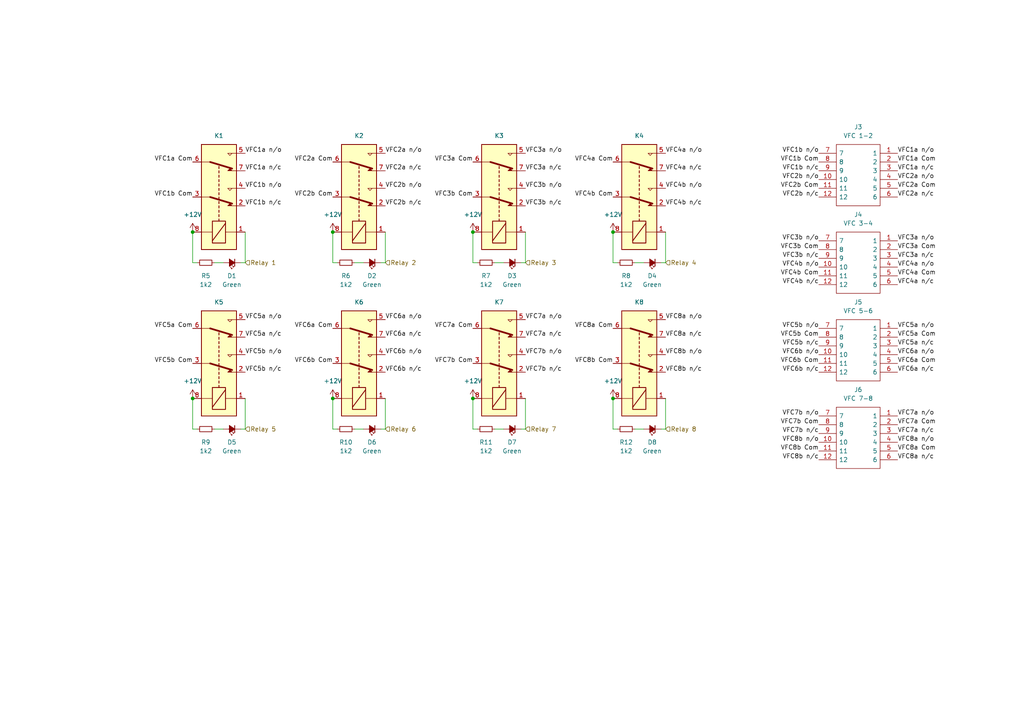
<source format=kicad_sch>
(kicad_sch (version 20211123) (generator eeschema)
  (paper "A4")
  (lib_symbols
    (symbol "Component Search Engine:Pluggable Terminal Blocks SDDC 1,5{slash} 6-PV-3,5" (pin_names (offset 0.762))
      (property "Reference" "J" (at 19.05 7.62 0))
      (property "Value" "Pluggable Terminal Blocks SDDC 1,5{slash} 6-PV-3,5" (at 19.05 5.08 0))
      (symbol "Pluggable Terminal Blocks SDDC 1,5{slash} 6-PV-3,5_0_0"
        (pin passive line (at 22.86 0 180) (length 5.08) (name "1") (number "1"))
        (pin passive line (at 0 -7.62 0) (length 5.08) (name "10") (number "10"))
        (pin passive line (at 0 -10.16 0) (length 5.08) (name "11") (number "11"))
        (pin passive line (at 0 -12.7 0) (length 5.08) (name "12") (number "12"))
        (pin passive line (at 22.86 -2.54 180) (length 5.08) (name "2") (number "2"))
        (pin passive line (at 22.86 -5.08 180) (length 5.08) (name "3") (number "3"))
        (pin passive line (at 22.86 -7.62 180) (length 5.08) (name "4") (number "4"))
        (pin passive line (at 22.86 -10.16 180) (length 5.08) (name "5") (number "5"))
        (pin passive line (at 22.86 -12.7 180) (length 5.08) (name "6") (number "6"))
        (pin passive line (at 0 0 0) (length 5.08) (name "7") (number "7"))
        (pin passive line (at 0 -2.54 0) (length 5.08) (name "8") (number "8"))
        (pin passive line (at 0 -5.08 0) (length 5.08) (name "9") (number "9"))
      )
      (symbol "Pluggable Terminal Blocks SDDC 1,5{slash} 6-PV-3,5_0_1"
        (polyline (pts (xy 5.08 2.54) (xy 17.78 2.54) (xy 17.78 -15.24) (xy 5.08 -15.24) (xy 5.08 2.54)) (stroke (width 0.1524)))
      )
    )
    (symbol "Device:LED_Small_Filled" (pin_numbers hide) (pin_names (offset 0.254) hide)
      (property "Reference" "D" (at -1.27 3.175 0))
      (property "Value" "LED_Small_Filled" (at -4.445 -2.54 0))
      (symbol "LED_Small_Filled_0_1"
        (polyline (pts (xy -0.762 -1.016) (xy -0.762 1.016)) (stroke (width 0.254)))
        (polyline (pts (xy 1.016 0) (xy -0.762 0)))
        (polyline (pts (xy 0.762 -1.016) (xy -0.762 0) (xy 0.762 1.016) (xy 0.762 -1.016)) (stroke (width 0.254)) (fill (type outline)))
        (polyline (pts (xy 0 0.762) (xy -0.508 1.27) (xy -0.254 1.27) (xy -0.508 1.27) (xy -0.508 1.016)))
        (polyline (pts (xy 0.508 1.27) (xy 0 1.778) (xy 0.254 1.778) (xy 0 1.778) (xy 0 1.524)))
      )
      (symbol "LED_Small_Filled_1_1"
        (pin passive line (at -2.54 0 0) (length 1.778) (name "K") (number "1"))
        (pin passive line (at 2.54 0 180) (length 1.778) (name "A") (number "2"))
      )
    )
    (symbol "Device:R_Small" (pin_numbers hide) (pin_names (offset 0.254) hide)
      (property "Reference" "R" (at 0.762 0.508 0))
      (property "Value" "R_Small" (at 0.762 -1.016 0))
      (symbol "R_Small_0_1"
        (rectangle (start -0.762 1.778) (end 0.762 -1.778) (stroke (width 0.2032)))
      )
      (symbol "R_Small_1_1"
        (pin passive line (at 0 2.54 270) (length 0.762) (name "~") (number "1"))
        (pin passive line (at 0 -2.54 90) (length 0.762) (name "~") (number "2"))
      )
    )
    (symbol "Relay:G2RL-2-DC24"
      (property "Reference" "RL" (at 16.51 3.81 0))
      (property "Value" "G2RL-2-DC24" (at 16.51 1.27 0))
      (symbol "G2RL-2-DC24_0_1"
        (rectangle (start -15.24 5.08) (end 15.24 -5.08) (stroke (width 0.254)) (fill (type background)))
        (rectangle (start -13.335 1.905) (end -6.985 -1.905) (stroke (width 0.254)))
        (polyline (pts (xy -12.7 -1.905) (xy -7.62 1.905)) (stroke (width 0.254)))
        (polyline (pts (xy -10.16 -5.08) (xy -10.16 -1.905)))
        (polyline (pts (xy -10.16 5.08) (xy -10.16 1.905)))
        (polyline (pts (xy -6.985 0) (xy -6.35 0)) (stroke (width 0.254)))
        (polyline (pts (xy -5.715 0) (xy -5.08 0)) (stroke (width 0.254)))
        (polyline (pts (xy -4.445 0) (xy -3.81 0)) (stroke (width 0.254)))
        (polyline (pts (xy -3.175 0) (xy -2.54 0)) (stroke (width 0.254)))
        (polyline (pts (xy -1.905 0) (xy -1.27 0)) (stroke (width 0.254)))
        (polyline (pts (xy -0.635 0) (xy 0 0)) (stroke (width 0.254)))
        (polyline (pts (xy 0 -2.54) (xy -1.905 3.81)) (stroke (width 0.508)))
        (polyline (pts (xy 0 -2.54) (xy 0 -5.08)))
        (polyline (pts (xy 0.635 0) (xy 1.27 0)) (stroke (width 0.254)))
        (polyline (pts (xy 1.905 0) (xy 2.54 0)) (stroke (width 0.254)))
        (polyline (pts (xy 3.175 0) (xy 3.81 0)) (stroke (width 0.254)))
        (polyline (pts (xy 4.445 0) (xy 5.08 0)) (stroke (width 0.254)))
        (polyline (pts (xy 5.715 0) (xy 6.35 0)) (stroke (width 0.254)))
        (polyline (pts (xy 6.985 0) (xy 7.62 0)) (stroke (width 0.254)))
        (polyline (pts (xy 8.255 0) (xy 8.89 0)) (stroke (width 0.254)))
        (polyline (pts (xy 10.16 -2.54) (xy 8.255 3.81)) (stroke (width 0.508)))
        (polyline (pts (xy 10.16 -2.54) (xy 10.16 -5.08)))
        (polyline (pts (xy -2.54 5.08) (xy -2.54 2.54) (xy -1.905 3.175) (xy -2.54 3.81)) (fill (type outline)))
        (polyline (pts (xy 2.54 5.08) (xy 2.54 2.54) (xy 1.905 3.175) (xy 2.54 3.81)))
        (polyline (pts (xy 7.62 5.08) (xy 7.62 2.54) (xy 8.255 3.175) (xy 7.62 3.81)) (fill (type outline)))
        (polyline (pts (xy 12.7 5.08) (xy 12.7 2.54) (xy 12.065 3.175) (xy 12.7 3.81)))
      )
      (symbol "G2RL-2-DC24_1_1"
        (pin passive line (at -10.16 7.62 270) (length 2.54) (name "~") (number "1"))
        (pin passive line (at -2.54 7.62 270) (length 2.54) (name "~") (number "2"))
        (pin passive line (at 0 -7.62 90) (length 2.54) (name "~") (number "3"))
        (pin passive line (at 2.54 7.62 270) (length 2.54) (name "~") (number "4"))
        (pin passive line (at 12.7 7.62 270) (length 2.54) (name "~") (number "5"))
        (pin passive line (at 10.16 -7.62 90) (length 2.54) (name "~") (number "6"))
        (pin passive line (at 7.62 7.62 270) (length 2.54) (name "~") (number "7"))
        (pin passive line (at -10.16 -7.62 90) (length 2.54) (name "~") (number "8"))
      )
    )
    (symbol "power:+12V" (power) (pin_names (offset 0))
      (property "Value" "+12V" (at 0 3.556 0))
      (symbol "+12V_0_1"
        (polyline (pts (xy -0.762 1.27) (xy 0 2.54)))
        (polyline (pts (xy 0 0) (xy 0 2.54)))
        (polyline (pts (xy 0 2.54) (xy 0.762 1.27)))
      )
      (symbol "+12V_1_1"
        (pin power_in line (at 0 0 90) (length 0) hide (name "+12V") (number "1"))
      )
    )
  )
  (junction (at 137.16 67.31))
  (junction (at 137.16 115.57))
  (junction (at 55.88 67.31))
  (junction (at 177.8 67.31))
  (junction (at 55.88 115.57))
  (junction (at 177.8 115.57))
  (junction (at 96.52 115.57))
  (junction (at 96.52 67.31))
  (wire (pts (xy 111.76 76.2) (xy 110.49 76.2)))
  (wire (pts (xy 179.07 76.2) (xy 177.8 76.2)))
  (wire (pts (xy 71.12 67.31) (xy 71.12 76.2)))
  (wire (pts (xy 137.16 124.46) (xy 137.16 115.57)))
  (wire (pts (xy 152.4 124.46) (xy 151.13 124.46)))
  (wire (pts (xy 138.43 124.46) (xy 137.16 124.46)))
  (wire (pts (xy 138.43 76.2) (xy 137.16 76.2)))
  (wire (pts (xy 111.76 76.2) (xy 111.76 67.31)))
  (wire (pts (xy 96.52 124.46) (xy 96.52 115.57)))
  (wire (pts (xy 97.79 76.2) (xy 96.52 76.2)))
  (wire (pts (xy 62.23 76.2) (xy 64.77 76.2)))
  (wire (pts (xy 177.8 124.46) (xy 177.8 115.57)))
  (wire (pts (xy 152.4 76.2) (xy 152.4 67.31)))
  (wire (pts (xy 152.4 76.2) (xy 151.13 76.2)))
  (wire (pts (xy 111.76 124.46) (xy 110.49 124.46)))
  (wire (pts (xy 137.16 76.2) (xy 137.16 67.31)))
  (wire (pts (xy 193.04 76.2) (xy 193.04 67.31)))
  (wire (pts (xy 57.15 124.46) (xy 55.88 124.46)))
  (wire (pts (xy 102.87 124.46) (xy 105.41 124.46)))
  (wire (pts (xy 193.04 124.46) (xy 193.04 115.57)))
  (wire (pts (xy 111.76 124.46) (xy 111.76 115.57)))
  (wire (pts (xy 71.12 76.2) (xy 69.85 76.2)))
  (wire (pts (xy 71.12 115.57) (xy 71.12 124.46)))
  (wire (pts (xy 193.04 76.2) (xy 191.77 76.2)))
  (wire (pts (xy 179.07 124.46) (xy 177.8 124.46)))
  (wire (pts (xy 97.79 124.46) (xy 96.52 124.46)))
  (wire (pts (xy 143.51 76.2) (xy 146.05 76.2)))
  (wire (pts (xy 96.52 76.2) (xy 96.52 67.31)))
  (wire (pts (xy 184.15 124.46) (xy 186.69 124.46)))
  (wire (pts (xy 55.88 76.2) (xy 55.88 67.31)))
  (wire (pts (xy 143.51 124.46) (xy 146.05 124.46)))
  (wire (pts (xy 102.87 76.2) (xy 105.41 76.2)))
  (wire (pts (xy 57.15 76.2) (xy 55.88 76.2)))
  (wire (pts (xy 184.15 76.2) (xy 186.69 76.2)))
  (wire (pts (xy 152.4 124.46) (xy 152.4 115.57)))
  (wire (pts (xy 71.12 124.46) (xy 69.85 124.46)))
  (wire (pts (xy 55.88 124.46) (xy 55.88 115.57)))
  (wire (pts (xy 62.23 124.46) (xy 64.77 124.46)))
  (wire (pts (xy 177.8 76.2) (xy 177.8 67.31)))
  (wire (pts (xy 193.04 124.46) (xy 191.77 124.46)))
  (label "VFC2a n{slash}c" (at 260.35 57.15 0))
  (label "VFC1b Com" (at 55.88 57.15 180))
  (label "VFC6b Com" (at 96.52 105.41 180))
  (label "VFC3a n{slash}o" (at 152.4 44.45 0))
  (label "VFC3a n{slash}o" (at 260.35 69.85 0))
  (label "VFC8b n{slash}c" (at 193.04 107.95 0))
  (label "VFC5a n{slash}o" (at 260.35 95.25 0))
  (label "VFC1b n{slash}o" (at 237.49 44.45 180))
  (label "VFC4a n{slash}c" (at 193.04 49.53 0))
  (label "VFC8b n{slash}c" (at 237.49 133.35 180))
  (label "VFC7a n{slash}o" (at 260.35 120.65 0))
  (label "VFC1a n{slash}o" (at 71.12 44.45 0))
  (label "VFC4b Com" (at 177.8 57.15 180))
  (label "VFC7b Com" (at 137.16 105.41 180))
  (label "VFC4b n{slash}c" (at 237.49 82.55 180))
  (label "VFC5a Com" (at 55.88 95.25 180))
  (label "VFC3b n{slash}c" (at 152.4 59.69 0))
  (label "VFC2b n{slash}c" (at 111.76 59.69 0))
  (label "VFC5b n{slash}c" (at 71.12 107.95 0))
  (label "VFC7a Com" (at 137.16 95.25 180))
  (label "VFC6a n{slash}c" (at 111.76 97.79 0))
  (label "VFC5b n{slash}o" (at 237.49 95.25 180))
  (label "VFC4a n{slash}c" (at 260.35 82.55 0))
  (label "VFC2b n{slash}o" (at 237.49 52.07 180))
  (label "VFC6b n{slash}c" (at 237.49 107.95 180))
  (label "VFC8b Com" (at 177.8 105.41 180))
  (label "VFC4a n{slash}o" (at 260.35 77.47 0))
  (label "VFC5b n{slash}o" (at 71.12 102.87 0))
  (label "VFC4a Com" (at 177.8 46.99 180))
  (label "VFC2b n{slash}o" (at 111.76 54.61 0))
  (label "VFC2a n{slash}o" (at 111.76 44.45 0))
  (label "VFC5b Com" (at 55.88 105.41 180))
  (label "VFC1b n{slash}c" (at 71.12 59.69 0))
  (label "VFC6b n{slash}o" (at 237.49 102.87 180))
  (label "VFC6a n{slash}c" (at 260.35 107.95 0))
  (label "VFC7b n{slash}c" (at 237.49 125.73 180))
  (label "VFC6b Com" (at 237.49 105.41 180))
  (label "VFC2b Com" (at 237.49 54.61 180))
  (label "VFC4a n{slash}o" (at 193.04 44.45 0))
  (label "VFC7a n{slash}c" (at 260.35 125.73 0))
  (label "VFC3b n{slash}c" (at 237.49 74.93 180))
  (label "VFC2a Com" (at 260.35 54.61 0))
  (label "VFC1a n{slash}c" (at 260.35 49.53 0))
  (label "VFC2b n{slash}c" (at 237.49 57.15 180))
  (label "VFC6a n{slash}o" (at 260.35 102.87 0))
  (label "VFC1a n{slash}c" (at 71.12 49.53 0))
  (label "VFC3a n{slash}c" (at 152.4 49.53 0))
  (label "VFC8a n{slash}o" (at 193.04 92.71 0))
  (label "VFC4b Com" (at 237.49 80.01 180))
  (label "VFC2a Com" (at 96.52 46.99 180))
  (label "VFC4b n{slash}o" (at 237.49 77.47 180))
  (label "VFC7b n{slash}o" (at 152.4 102.87 0))
  (label "VFC6a Com" (at 96.52 95.25 180))
  (label "VFC2b Com" (at 96.52 57.15 180))
  (label "VFC8a n{slash}c" (at 193.04 97.79 0))
  (label "VFC6b n{slash}c" (at 111.76 107.95 0))
  (label "VFC8b Com" (at 237.49 130.81 180))
  (label "VFC3a Com" (at 137.16 46.99 180))
  (label "VFC5a n{slash}o" (at 71.12 92.71 0))
  (label "VFC5a n{slash}c" (at 260.35 100.33 0))
  (label "VFC5a Com" (at 260.35 97.79 0))
  (label "VFC7b n{slash}o" (at 237.49 120.65 180))
  (label "VFC7b Com" (at 237.49 123.19 180))
  (label "VFC2a n{slash}o" (at 260.35 52.07 0))
  (label "VFC3b n{slash}o" (at 152.4 54.61 0))
  (label "VFC1b n{slash}o" (at 71.12 54.61 0))
  (label "VFC3a n{slash}c" (at 260.35 74.93 0))
  (label "VFC1a n{slash}o" (at 260.35 44.45 0))
  (label "VFC8a Com" (at 260.35 130.81 0))
  (label "VFC8a n{slash}o" (at 260.35 128.27 0))
  (label "VFC3b n{slash}o" (at 237.49 69.85 180))
  (label "VFC7a n{slash}c" (at 152.4 97.79 0))
  (label "VFC2a n{slash}c" (at 111.76 49.53 0))
  (label "VFC6a n{slash}o" (at 111.76 92.71 0))
  (label "VFC7a n{slash}o" (at 152.4 92.71 0))
  (label "VFC3a Com" (at 260.35 72.39 0))
  (label "VFC1b Com" (at 237.49 46.99 180))
  (label "VFC8b n{slash}o" (at 193.04 102.87 0))
  (label "VFC7a Com" (at 260.35 123.19 0))
  (label "VFC6b n{slash}o" (at 111.76 102.87 0))
  (label "VFC5b Com" (at 237.49 97.79 180))
  (label "VFC1a Com" (at 55.88 46.99 180))
  (label "VFC4a Com" (at 260.35 80.01 0))
  (label "VFC3b Com" (at 237.49 72.39 180))
  (label "VFC8a n{slash}c" (at 260.35 133.35 0))
  (label "VFC8a Com" (at 177.8 95.25 180))
  (label "VFC6a Com" (at 260.35 105.41 0))
  (label "VFC4b n{slash}c" (at 193.04 59.69 0))
  (label "VFC5a n{slash}c" (at 71.12 97.79 0))
  (label "VFC3b Com" (at 137.16 57.15 180))
  (label "VFC1a Com" (at 260.35 46.99 0))
  (label "VFC5b n{slash}c" (at 237.49 100.33 180))
  (label "VFC4b n{slash}o" (at 193.04 54.61 0))
  (label "VFC7b n{slash}c" (at 152.4 107.95 0))
  (label "VFC8b n{slash}o" (at 237.49 128.27 180))
  (label "VFC1b n{slash}c" (at 237.49 49.53 180))
  (hierarchical_label "Relay 8" (shape input) (at 193.04 124.46 0))
  (hierarchical_label "Relay 2" (shape input) (at 111.76 76.2 0))
  (hierarchical_label "Relay 7" (shape input) (at 152.4 124.46 0))
  (hierarchical_label "Relay 6" (shape input) (at 111.76 124.46 0))
  (hierarchical_label "Relay 5" (shape input) (at 71.12 124.46 0))
  (hierarchical_label "Relay 4" (shape input) (at 193.04 76.2 0))
  (hierarchical_label "Relay 1" (shape input) (at 71.12 76.2 0))
  (hierarchical_label "Relay 3" (shape input) (at 152.4 76.2 0))
  (symbol (lib_id "Relay:G2RL-2-DC24") (at 185.42 105.41 270) (mirror x) (unit 1)
    (property "Reference" "K8" (at 185.42 87.63 90))
    (property "Footprint" "Relay_THT:Relay_DPDT_Omron_G6K-2P" (effects hide))
    (property "Datasheet" "https://omronfs.omron.com/en_US/ecb/products/pdf/en-g6k.pdf" (effects hide))
    (property "DigiKey #" "Z117-ND" (effects hide))
    (property "Manufacture" "Omron Electronics Inc-EMC Div" (effects hide))
    (property "Manufacturer #" "G6K-2P DC12" (effects hide))
  )
  (symbol (lib_id "Component Search Engine:Pluggable Terminal Blocks SDDC 1,5{slash} 6-PV-3,5") (at 237.49 95.25 0) (unit 1)
    (property "Reference" "J5" (at 248.92 87.63 0))
    (property "Value" "VFC 5-6" (at 248.92 90.17 0))
    (property "Footprint" "Component Search Engine:Pluggable Terminal Blocks SDDC 1,5 6-PV-3,5" (effects hide))
    (property "Datasheet" "https://datasheet.datasheetarchive.com/originals/distributors/DKDS-4/71066.pdf" (effects hide))
    (property "Description" "Pluggable Terminal Blocks SDDC 1,5/ 6-PV-3,5" (effects hide))
    (property "Height" "16" (effects hide))
    (property "Mouser Part Number" "651-1848684" (effects hide))
    (property "Mouser Price/Stock" "https://www.mouser.co.uk/ProductDetail/Phoenix-Contact/1848684?qs=0kYgdqhPduG4EaaFk8CcwA%3D%3D" (effects hide))
    (property "Arrow Part Number" "1848684" (effects hide))
    (property "Arrow Price/Stock" "https://www.arrow.com/en/products/1848684/phoenix-contact?region=nac" (effects hide))
    (property "Manufacturer" "Phoenix Contact" (effects hide))
    (property "Manufacturer #" "1848684" (effects hide))
  )
  (symbol (lib_id "Relay:G2RL-2-DC24") (at 63.5 105.41 270) (mirror x) (unit 1)
    (property "Reference" "K5" (at 63.5 87.63 90))
    (property "Footprint" "Relay_THT:Relay_DPDT_Omron_G6K-2P" (effects hide))
    (property "Datasheet" "https://omronfs.omron.com/en_US/ecb/products/pdf/en-g6k.pdf" (effects hide))
    (property "DigiKey #" "Z117-ND" (effects hide))
    (property "Manufacture" "Omron Electronics Inc-EMC Div" (effects hide))
    (property "Manufacturer #" "G6K-2P DC12" (effects hide))
  )
  (symbol (lib_id "Relay:G2RL-2-DC24") (at 144.78 105.41 270) (mirror x) (unit 1)
    (property "Reference" "K7" (at 144.78 87.63 90))
    (property "Footprint" "Relay_THT:Relay_DPDT_Omron_G6K-2P" (effects hide))
    (property "Datasheet" "https://omronfs.omron.com/en_US/ecb/products/pdf/en-g6k.pdf" (effects hide))
    (property "DigiKey #" "Z117-ND" (effects hide))
    (property "Manufacture" "Omron Electronics Inc-EMC Div" (effects hide))
    (property "Manufacturer #" "G6K-2P DC12" (effects hide))
  )
  (symbol (lib_id "Device:R_Small") (at 181.61 76.2 90) (unit 1)
    (property "Reference" "R8" (at 181.61 80.01 90))
    (property "Value" "1k2" (at 181.61 82.55 90))
    (property "Footprint" "Resistor_SMD:R_1206_3216Metric_Pad1.30x1.75mm_HandSolder" (effects hide))
    (property "Datasheet" "https://industrial.panasonic.com/ww/products/pt/general-purpose-chip-resistors/models/ERJ6GEYJ681V" (effects hide))
    (property "Manufacturer" "Panasonic Electronics Company" (effects hide))
  )
  (symbol (lib_id "power:+12V") (at 137.16 67.31 0) (unit 1)
    (property "Reference" "#PWR0363" (effects hide))
    (property "Value" "+12V" (at 137.16 62.23 0))
  )
  (symbol (lib_id "power:+12V") (at 55.88 67.31 0) (unit 1)
    (property "Reference" "#PWR0359" (effects hide))
    (property "Value" "+12V" (at 55.88 62.23 0))
  )
  (symbol (lib_id "Device:LED_Small_Filled") (at 67.31 124.46 180) (unit 1)
    (property "Reference" "D5" (at 67.2465 128.27 0))
    (property "Value" "Green" (at 67.2465 130.81 0))
    (property "Footprint" "Diode_SMD:D_1206_3216Metric_Pad1.42x1.75mm_HandSolder" (effects hide))
    (property "Datasheet" "https://www.we-online.com/katalog/datasheet/150080VS75000.pdf" (effects hide))
    (property "DigiKey #" "732-4993-1-ND" (effects hide))
    (property "Manufacturer #" "150120VS75000" (effects hide))
    (property "Manufacturer" "Würth Elektronik" (effects hide))
    (property "RS #" "8154237P" (effects hide))
    (property "Description" "Green 570nm LED Indication - Discrete 2V 1206 (3216 Metric)" (effects hide))
  )
  (symbol (lib_id "power:+12V") (at 96.52 115.57 0) (unit 1)
    (property "Reference" "#PWR0364" (effects hide))
    (property "Value" "+12V" (at 96.52 110.49 0))
  )
  (symbol (lib_id "Device:LED_Small_Filled") (at 107.95 76.2 180) (unit 1)
    (property "Reference" "D2" (at 107.8865 80.01 0))
    (property "Value" "Green" (at 107.8865 82.55 0))
    (property "Footprint" "Diode_SMD:D_1206_3216Metric_Pad1.42x1.75mm_HandSolder" (effects hide))
    (property "Datasheet" "https://www.we-online.com/katalog/datasheet/150080VS75000.pdf" (effects hide))
    (property "DigiKey #" "732-4993-1-ND" (effects hide))
    (property "Manufacturer #" "150120VS75000" (effects hide))
    (property "Manufacturer" "Würth Elektronik" (effects hide))
    (property "RS #" "8154237P" (effects hide))
    (property "Description" "Green 570nm LED Indication - Discrete 2V 1206 (3216 Metric)" (effects hide))
  )
  (symbol (lib_id "Device:R_Small") (at 100.33 76.2 90) (unit 1)
    (property "Reference" "R6" (at 100.33 80.01 90))
    (property "Value" "1k2" (at 100.33 82.55 90))
    (property "Footprint" "Resistor_SMD:R_1206_3216Metric_Pad1.30x1.75mm_HandSolder" (effects hide))
    (property "Datasheet" "https://industrial.panasonic.com/ww/products/pt/general-purpose-chip-resistors/models/ERJ6GEYJ681V" (effects hide))
    (property "Manufacturer" "Panasonic Electronics Company" (effects hide))
  )
  (symbol (lib_id "Device:R_Small") (at 140.97 124.46 90) (unit 1)
    (property "Reference" "R11" (at 140.97 128.27 90))
    (property "Value" "1k2" (at 140.97 130.81 90))
    (property "Footprint" "Resistor_SMD:R_1206_3216Metric_Pad1.30x1.75mm_HandSolder" (effects hide))
    (property "Datasheet" "https://industrial.panasonic.com/ww/products/pt/general-purpose-chip-resistors/models/ERJ6GEYJ681V" (effects hide))
    (property "Manufacturer" "Panasonic Electronics Company" (effects hide))
  )
  (symbol (lib_id "Component Search Engine:Pluggable Terminal Blocks SDDC 1,5{slash} 6-PV-3,5") (at 237.49 44.45 0) (unit 1)
    (property "Reference" "J3" (at 248.92 36.83 0))
    (property "Value" "VFC 1-2" (at 248.92 39.37 0))
    (property "Footprint" "Component Search Engine:Pluggable Terminal Blocks SDDC 1,5 6-PV-3,5" (effects hide))
    (property "Datasheet" "https://datasheet.datasheetarchive.com/originals/distributors/DKDS-4/71066.pdf" (effects hide))
    (property "Description" "Pluggable Terminal Blocks SDDC 1,5/ 6-PV-3,5" (effects hide))
    (property "Height" "16" (effects hide))
    (property "Mouser Part Number" "651-1848684" (effects hide))
    (property "Mouser Price/Stock" "https://www.mouser.co.uk/ProductDetail/Phoenix-Contact/1848684?qs=0kYgdqhPduG4EaaFk8CcwA%3D%3D" (effects hide))
    (property "Arrow Part Number" "1848684" (effects hide))
    (property "Arrow Price/Stock" "https://www.arrow.com/en/products/1848684/phoenix-contact?region=nac" (effects hide))
    (property "Manufacturer" "Phoenix Contact" (effects hide))
    (property "Manufacturer #" "1848684" (effects hide))
  )
  (symbol (lib_id "power:+12V") (at 137.16 115.57 0) (unit 1)
    (property "Reference" "#PWR0362" (effects hide))
    (property "Value" "+12V" (at 137.16 110.49 0))
  )
  (symbol (lib_id "Component Search Engine:Pluggable Terminal Blocks SDDC 1,5{slash} 6-PV-3,5") (at 237.49 69.85 0) (unit 1)
    (property "Reference" "J4" (at 248.92 62.23 0))
    (property "Value" "VFC 3-4" (at 248.92 64.77 0))
    (property "Footprint" "Component Search Engine:Pluggable Terminal Blocks SDDC 1,5 6-PV-3,5" (effects hide))
    (property "Datasheet" "https://datasheet.datasheetarchive.com/originals/distributors/DKDS-4/71066.pdf" (effects hide))
    (property "Description" "Pluggable Terminal Blocks SDDC 1,5/ 6-PV-3,5" (effects hide))
    (property "Height" "16" (effects hide))
    (property "Mouser Part Number" "651-1848684" (effects hide))
    (property "Mouser Price/Stock" "https://www.mouser.co.uk/ProductDetail/Phoenix-Contact/1848684?qs=0kYgdqhPduG4EaaFk8CcwA%3D%3D" (effects hide))
    (property "Arrow Part Number" "1848684" (effects hide))
    (property "Arrow Price/Stock" "https://www.arrow.com/en/products/1848684/phoenix-contact?region=nac" (effects hide))
    (property "Manufacturer" "Phoenix Contact" (effects hide))
    (property "Manufacturer #" "1848684" (effects hide))
  )
  (symbol (lib_id "Component Search Engine:Pluggable Terminal Blocks SDDC 1,5{slash} 6-PV-3,5") (at 237.49 120.65 0) (unit 1)
    (property "Reference" "J6" (at 248.92 113.03 0))
    (property "Value" "VFC 7-8" (at 248.92 115.57 0))
    (property "Footprint" "Component Search Engine:Pluggable Terminal Blocks SDDC 1,5 6-PV-3,5" (effects hide))
    (property "Datasheet" "https://datasheet.datasheetarchive.com/originals/distributors/DKDS-4/71066.pdf" (effects hide))
    (property "Description" "Pluggable Terminal Blocks SDDC 1,5/ 6-PV-3,5" (effects hide))
    (property "Height" "16" (effects hide))
    (property "Mouser Part Number" "651-1848684" (effects hide))
    (property "Mouser Price/Stock" "https://www.mouser.co.uk/ProductDetail/Phoenix-Contact/1848684?qs=0kYgdqhPduG4EaaFk8CcwA%3D%3D" (effects hide))
    (property "Arrow Part Number" "1848684" (effects hide))
    (property "Arrow Price/Stock" "https://www.arrow.com/en/products/1848684/phoenix-contact?region=nac" (effects hide))
    (property "Manufacturer" "Phoenix Contact" (effects hide))
    (property "Manufacturer #" "1848684" (effects hide))
  )
  (symbol (lib_id "Device:LED_Small_Filled") (at 189.23 124.46 180) (unit 1)
    (property "Reference" "D8" (at 189.1665 128.27 0))
    (property "Value" "Green" (at 189.1665 130.81 0))
    (property "Footprint" "Diode_SMD:D_1206_3216Metric_Pad1.42x1.75mm_HandSolder" (effects hide))
    (property "Datasheet" "https://www.we-online.com/katalog/datasheet/150080VS75000.pdf" (effects hide))
    (property "DigiKey #" "732-4993-1-ND" (effects hide))
    (property "Manufacturer #" "150120VS75000" (effects hide))
    (property "Manufacturer" "Würth Elektronik" (effects hide))
    (property "RS #" "8154237P" (effects hide))
    (property "Description" "Green 570nm LED Indication - Discrete 2V 1206 (3216 Metric)" (effects hide))
  )
  (symbol (lib_id "Device:LED_Small_Filled") (at 107.95 124.46 180) (unit 1)
    (property "Reference" "D6" (at 107.8865 128.27 0))
    (property "Value" "Green" (at 107.8865 130.81 0))
    (property "Footprint" "Diode_SMD:D_1206_3216Metric_Pad1.42x1.75mm_HandSolder" (effects hide))
    (property "Datasheet" "https://www.we-online.com/katalog/datasheet/150080VS75000.pdf" (effects hide))
    (property "DigiKey #" "732-4993-1-ND" (effects hide))
    (property "Manufacturer #" "150120VS75000" (effects hide))
    (property "Manufacturer" "Würth Elektronik" (effects hide))
    (property "RS #" "8154237P" (effects hide))
    (property "Description" "Green 570nm LED Indication - Discrete 2V 1206 (3216 Metric)" (effects hide))
  )
  (symbol (lib_id "Relay:G2RL-2-DC24") (at 104.14 57.15 270) (mirror x) (unit 1)
    (property "Reference" "K2" (at 104.14 39.37 90))
    (property "Footprint" "Relay_THT:Relay_DPDT_Omron_G6K-2P" (effects hide))
    (property "Datasheet" "https://omronfs.omron.com/en_US/ecb/products/pdf/en-g6k.pdf" (effects hide))
    (property "DigiKey #" "Z117-ND" (effects hide))
    (property "Manufacture" "Omron Electronics Inc-EMC Div" (effects hide))
    (property "Manufacturer #" "G6K-2P DC12" (effects hide))
  )
  (symbol (lib_id "Device:LED_Small_Filled") (at 148.59 76.2 180) (unit 1)
    (property "Reference" "D3" (at 148.5265 80.01 0))
    (property "Value" "Green" (at 148.5265 82.55 0))
    (property "Footprint" "Diode_SMD:D_1206_3216Metric_Pad1.42x1.75mm_HandSolder" (effects hide))
    (property "Datasheet" "https://www.we-online.com/katalog/datasheet/150080VS75000.pdf" (effects hide))
    (property "DigiKey #" "732-4993-1-ND" (effects hide))
    (property "Manufacturer #" "150120VS75000" (effects hide))
    (property "Manufacturer" "Würth Elektronik" (effects hide))
    (property "RS #" "8154237P" (effects hide))
    (property "Description" "Green 570nm LED Indication - Discrete 2V 1206 (3216 Metric)" (effects hide))
  )
  (symbol (lib_id "Relay:G2RL-2-DC24") (at 185.42 57.15 270) (mirror x) (unit 1)
    (property "Reference" "K4" (at 185.42 39.37 90))
    (property "Footprint" "Relay_THT:Relay_DPDT_Omron_G6K-2P" (effects hide))
    (property "Datasheet" "https://omronfs.omron.com/en_US/ecb/products/pdf/en-g6k.pdf" (effects hide))
    (property "DigiKey #" "Z117-ND" (effects hide))
    (property "Manufacture" "Omron Electronics Inc-EMC Div" (effects hide))
    (property "Manufacturer #" "G6K-2P DC12" (effects hide))
  )
  (symbol (lib_id "Device:LED_Small_Filled") (at 189.23 76.2 180) (unit 1)
    (property "Reference" "D4" (at 189.1665 80.01 0))
    (property "Value" "Green" (at 189.1665 82.55 0))
    (property "Footprint" "Diode_SMD:D_1206_3216Metric_Pad1.42x1.75mm_HandSolder" (effects hide))
    (property "Datasheet" "https://www.we-online.com/katalog/datasheet/150080VS75000.pdf" (effects hide))
    (property "DigiKey #" "732-4993-1-ND" (effects hide))
    (property "Manufacturer #" "150120VS75000" (effects hide))
    (property "Manufacturer" "Würth Elektronik" (effects hide))
    (property "RS #" "8154237P" (effects hide))
    (property "Description" "Green 570nm LED Indication - Discrete 2V 1206 (3216 Metric)" (effects hide))
  )
  (symbol (lib_id "Device:R_Small") (at 181.61 124.46 90) (unit 1)
    (property "Reference" "R12" (at 181.61 128.27 90))
    (property "Value" "1k2" (at 181.61 130.81 90))
    (property "Footprint" "Resistor_SMD:R_1206_3216Metric_Pad1.30x1.75mm_HandSolder" (effects hide))
    (property "Datasheet" "https://industrial.panasonic.com/ww/products/pt/general-purpose-chip-resistors/models/ERJ6GEYJ681V" (effects hide))
    (property "Manufacturer" "Panasonic Electronics Company" (effects hide))
  )
  (symbol (lib_id "Relay:G2RL-2-DC24") (at 144.78 57.15 270) (mirror x) (unit 1)
    (property "Reference" "K3" (at 144.78 39.37 90))
    (property "Footprint" "Relay_THT:Relay_DPDT_Omron_G6K-2P" (effects hide))
    (property "Datasheet" "https://omronfs.omron.com/en_US/ecb/products/pdf/en-g6k.pdf" (effects hide))
    (property "DigiKey #" "Z117-ND" (effects hide))
    (property "Manufacture" "Omron Electronics Inc-EMC Div" (effects hide))
    (property "Manufacturer #" "G6K-2P DC12" (effects hide))
  )
  (symbol (lib_id "power:+12V") (at 96.52 67.31 0) (unit 1)
    (property "Reference" "#PWR0369" (effects hide))
    (property "Value" "+12V" (at 96.52 62.23 0))
  )
  (symbol (lib_id "Relay:G2RL-2-DC24") (at 63.5 57.15 270) (mirror x) (unit 1)
    (property "Reference" "K1" (at 63.5 39.37 90))
    (property "Footprint" "Relay_THT:Relay_DPDT_Omron_G6K-2P" (effects hide))
    (property "Datasheet" "https://omronfs.omron.com/en_US/ecb/products/pdf/en-g6k.pdf" (effects hide))
    (property "DigiKey #" "Z117-ND" (effects hide))
    (property "Manufacture" "Omron Electronics Inc-EMC Div" (effects hide))
    (property "Manufacturer #" "G6K-2P DC12" (effects hide))
  )
  (symbol (lib_id "power:+12V") (at 55.88 115.57 0) (unit 1)
    (property "Reference" "#PWR0358" (effects hide))
    (property "Value" "+12V" (at 55.88 110.49 0))
  )
  (symbol (lib_id "Device:R_Small") (at 59.69 124.46 90) (unit 1)
    (property "Reference" "R9" (at 59.69 128.27 90))
    (property "Value" "1k2" (at 59.69 130.81 90))
    (property "Footprint" "Resistor_SMD:R_1206_3216Metric_Pad1.30x1.75mm_HandSolder" (effects hide))
    (property "Datasheet" "https://industrial.panasonic.com/ww/products/pt/general-purpose-chip-resistors/models/ERJ6GEYJ681V" (effects hide))
    (property "Manufacturer" "Panasonic Electronics Company" (effects hide))
  )
  (symbol (lib_id "Device:LED_Small_Filled") (at 148.59 124.46 180) (unit 1)
    (property "Reference" "D7" (at 148.5265 128.27 0))
    (property "Value" "Green" (at 148.5265 130.81 0))
    (property "Footprint" "Diode_SMD:D_1206_3216Metric_Pad1.42x1.75mm_HandSolder" (effects hide))
    (property "Datasheet" "https://www.we-online.com/katalog/datasheet/150080VS75000.pdf" (effects hide))
    (property "DigiKey #" "732-4993-1-ND" (effects hide))
    (property "Manufacturer #" "150120VS75000" (effects hide))
    (property "Manufacturer" "Würth Elektronik" (effects hide))
    (property "RS #" "8154237P" (effects hide))
    (property "Description" "Green 570nm LED Indication - Discrete 2V 1206 (3216 Metric)" (effects hide))
  )
  (symbol (lib_id "power:+12V") (at 177.8 67.31 0) (unit 1)
    (property "Reference" "#PWR0360" (effects hide))
    (property "Value" "+12V" (at 177.8 62.23 0))
  )
  (symbol (lib_id "Device:R_Small") (at 59.69 76.2 90) (unit 1)
    (property "Reference" "R5" (at 59.69 80.01 90))
    (property "Value" "1k2" (at 59.69 82.55 90))
    (property "Footprint" "Resistor_SMD:R_1206_3216Metric_Pad1.30x1.75mm_HandSolder" (effects hide))
    (property "Datasheet" "https://industrial.panasonic.com/ww/products/pt/general-purpose-chip-resistors/models/ERJ6GEYJ681V" (effects hide))
    (property "Manufacturer" "Panasonic Electronics Company" (effects hide))
  )
  (symbol (lib_id "power:+12V") (at 177.8 115.57 0) (unit 1)
    (property "Reference" "#PWR0361" (effects hide))
    (property "Value" "+12V" (at 177.8 110.49 0))
  )
  (symbol (lib_id "Relay:G2RL-2-DC24") (at 104.14 105.41 270) (mirror x) (unit 1)
    (property "Reference" "K6" (at 104.14 87.63 90))
    (property "Footprint" "Relay_THT:Relay_DPDT_Omron_G6K-2P" (effects hide))
    (property "Datasheet" "https://omronfs.omron.com/en_US/ecb/products/pdf/en-g6k.pdf" (effects hide))
    (property "DigiKey #" "Z117-ND" (effects hide))
    (property "Manufacture" "Omron Electronics Inc-EMC Div" (effects hide))
    (property "Manufacturer #" "G6K-2P DC12" (effects hide))
  )
  (symbol (lib_id "Device:LED_Small_Filled") (at 67.31 76.2 180) (unit 1)
    (property "Reference" "D1" (at 67.2465 80.01 0))
    (property "Value" "Green" (at 67.2465 82.55 0))
    (property "Footprint" "Diode_SMD:D_1206_3216Metric_Pad1.42x1.75mm_HandSolder" (effects hide))
    (property "Datasheet" "https://www.we-online.com/katalog/datasheet/150080VS75000.pdf" (effects hide))
    (property "DigiKey #" "732-4993-1-ND" (effects hide))
    (property "Manufacturer #" "150120VS75000" (effects hide))
    (property "Manufacturer" "Würth Elektronik" (effects hide))
    (property "RS #" "8154237P" (effects hide))
    (property "Description" "Green 570nm LED Indication - Discrete 2V 1206 (3216 Metric)" (effects hide))
  )
  (symbol (lib_id "Device:R_Small") (at 100.33 124.46 90) (unit 1)
    (property "Reference" "R10" (at 100.33 128.27 90))
    (property "Value" "1k2" (at 100.33 130.81 90))
    (property "Footprint" "Resistor_SMD:R_1206_3216Metric_Pad1.30x1.75mm_HandSolder" (effects hide))
    (property "Datasheet" "https://industrial.panasonic.com/ww/products/pt/general-purpose-chip-resistors/models/ERJ6GEYJ681V" (effects hide))
    (property "Manufacturer" "Panasonic Electronics Company" (effects hide))
  )
  (symbol (lib_id "Device:R_Small") (at 140.97 76.2 90) (unit 1)
    (property "Reference" "R7" (at 140.97 80.01 90))
    (property "Value" "1k2" (at 140.97 82.55 90))
    (property "Footprint" "Resistor_SMD:R_1206_3216Metric_Pad1.30x1.75mm_HandSolder" (effects hide))
    (property "Datasheet" "https://industrial.panasonic.com/ww/products/pt/general-purpose-chip-resistors/models/ERJ6GEYJ681V" (effects hide))
    (property "Manufacturer" "Panasonic Electronics Company" (effects hide))
  )
)
</source>
